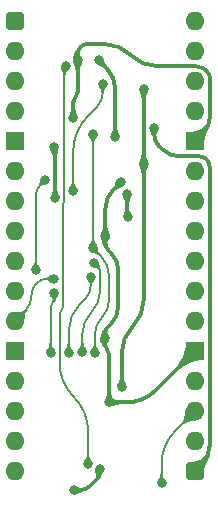
<source format=gbl>
%TF.GenerationSoftware,KiCad,Pcbnew,9.0.2*%
%TF.CreationDate,2025-07-03T20:54:59+02:00*%
%TF.ProjectId,Main Memory Enable,4d61696e-204d-4656-9d6f-727920456e61,V0*%
%TF.SameCoordinates,Original*%
%TF.FileFunction,Copper,L2,Bot*%
%TF.FilePolarity,Positive*%
%FSLAX46Y46*%
G04 Gerber Fmt 4.6, Leading zero omitted, Abs format (unit mm)*
G04 Created by KiCad (PCBNEW 9.0.2) date 2025-07-03 20:54:59*
%MOMM*%
%LPD*%
G01*
G04 APERTURE LIST*
G04 Aperture macros list*
%AMRoundRect*
0 Rectangle with rounded corners*
0 $1 Rounding radius*
0 $2 $3 $4 $5 $6 $7 $8 $9 X,Y pos of 4 corners*
0 Add a 4 corners polygon primitive as box body*
4,1,4,$2,$3,$4,$5,$6,$7,$8,$9,$2,$3,0*
0 Add four circle primitives for the rounded corners*
1,1,$1+$1,$2,$3*
1,1,$1+$1,$4,$5*
1,1,$1+$1,$6,$7*
1,1,$1+$1,$8,$9*
0 Add four rect primitives between the rounded corners*
20,1,$1+$1,$2,$3,$4,$5,0*
20,1,$1+$1,$4,$5,$6,$7,0*
20,1,$1+$1,$6,$7,$8,$9,0*
20,1,$1+$1,$8,$9,$2,$3,0*%
G04 Aperture macros list end*
%TA.AperFunction,ComponentPad*%
%ADD10O,1.600000X1.600000*%
%TD*%
%TA.AperFunction,ComponentPad*%
%ADD11R,1.600000X1.600000*%
%TD*%
%TA.AperFunction,ComponentPad*%
%ADD12RoundRect,0.400000X-0.400000X-0.400000X0.400000X-0.400000X0.400000X0.400000X-0.400000X0.400000X0*%
%TD*%
%TA.AperFunction,ViaPad*%
%ADD13C,0.800000*%
%TD*%
%TA.AperFunction,Conductor*%
%ADD14C,0.380000*%
%TD*%
%TA.AperFunction,Conductor*%
%ADD15C,0.200000*%
%TD*%
G04 APERTURE END LIST*
D10*
%TO.P,J2,32,Pin_32*%
%TO.N,3.3V*%
X15240000Y0D03*
%TO.P,J2,31,Pin_31*%
%TO.N,unconnected-(J2-Pin_31-Pad31)*%
X15240000Y-2540000D03*
%TO.P,J2,30,Pin_30*%
%TO.N,unconnected-(J2-Pin_30-Pad30)*%
X15240000Y-5080000D03*
%TO.P,J2,29,Pin_29*%
%TO.N,~{Main Memory}*%
X15240000Y-7620000D03*
D11*
%TO.P,J2,28,Pin_28*%
%TO.N,GND*%
X15240000Y-10160000D03*
D10*
%TO.P,J2,27,Pin_27*%
%TO.N,unconnected-(J2-Pin_27-Pad27)*%
X15240000Y-12700000D03*
%TO.P,J2,26,Pin_26*%
%TO.N,unconnected-(J2-Pin_26-Pad26)*%
X15240000Y-15240000D03*
%TO.P,J2,25,Pin_25*%
%TO.N,unconnected-(J2-Pin_25-Pad25)*%
X15240000Y-17780000D03*
%TO.P,J2,24,Pin_24*%
%TO.N,unconnected-(J2-Pin_24-Pad24)*%
X15240000Y-20320000D03*
%TO.P,J2,23,Pin_23*%
%TO.N,unconnected-(J2-Pin_23-Pad23)*%
X15240000Y-22860000D03*
%TO.P,J2,22,Pin_22*%
%TO.N,unconnected-(J2-Pin_22-Pad22)*%
X15240000Y-25400000D03*
D11*
%TO.P,J2,21,Pin_21*%
%TO.N,GND*%
X15240000Y-27940000D03*
D10*
%TO.P,J2,20,Pin_20*%
%TO.N,unconnected-(J2-Pin_20-Pad20)*%
X15240000Y-30480000D03*
%TO.P,J2,19,Pin_19*%
%TO.N,~{Contention}*%
X15240000Y-33020000D03*
%TO.P,J2,18,Pin_18*%
%TO.N,unconnected-(J2-Pin_18-Pad18)*%
X15240000Y-35560000D03*
D12*
%TO.P,J2,17,Pin_17*%
%TO.N,5V*%
X15240000Y-38100000D03*
D10*
%TO.P,J2,16,Pin_16*%
%TO.N,~{Set Contention}*%
X0Y-38100000D03*
%TO.P,J2,15,Pin_15*%
%TO.N,~{Reset}*%
X0Y-35560000D03*
%TO.P,J2,14,Pin_14*%
%TO.N,unconnected-(J2-Pin_14-Pad14)*%
X0Y-33020000D03*
%TO.P,J2,13,Pin_13*%
%TO.N,~{Main}7*%
X0Y-30480000D03*
D11*
%TO.P,J2,12,Pin_12*%
%TO.N,GND*%
X0Y-27940000D03*
D10*
%TO.P,J2,11,Pin_11*%
%TO.N,~{Main}6*%
X0Y-25400000D03*
%TO.P,J2,10,Pin_10*%
%TO.N,~{Main}5*%
X0Y-22860000D03*
%TO.P,J2,9,Pin_9*%
%TO.N,~{Main}4*%
X0Y-20320000D03*
%TO.P,J2,8,Pin_8*%
%TO.N,~{Main}3*%
X0Y-17780000D03*
%TO.P,J2,7,Pin_7*%
%TO.N,~{Main}2*%
X0Y-15240000D03*
%TO.P,J2,6,Pin_6*%
%TO.N,~{Main}1*%
X0Y-12700000D03*
D11*
%TO.P,J2,5,Pin_5*%
%TO.N,GND*%
X0Y-10160000D03*
D10*
%TO.P,J2,4,Pin_4*%
%TO.N,~{Main}0*%
X0Y-7620000D03*
%TO.P,J2,3,Pin_3*%
%TO.N,unconnected-(J2-Pin_3-Pad3)*%
X0Y-5080000D03*
%TO.P,J2,2,Pin_2*%
%TO.N,unconnected-(J2-Pin_2-Pad2)*%
X0Y-2540000D03*
D12*
%TO.P,J2,1,Pin_1*%
%TO.N,5V*%
X0Y0D03*
%TD*%
D13*
%TO.N,/~{Pre-Main Memory}*%
X7454207Y-5311000D03*
X4953000Y-14351000D03*
%TO.N,/Pre-Main Memory*%
X1790000Y-21082000D03*
X2540003Y-13461997D03*
%TO.N,~{Main}2*%
X6459010Y-21611998D03*
X4572000Y-28067002D03*
%TO.N,~{Main}1*%
X6731000Y-20447000D03*
X5738972Y-28021223D03*
%TO.N,~{Main}0*%
X6604006Y-19177000D03*
X6626565Y-9497830D03*
X6787507Y-28076711D03*
%TO.N,3.3V*%
X9076004Y-30920004D03*
X10922000Y-5715000D03*
X10922000Y-12065000D03*
%TO.N,GND*%
X5334000Y-3302000D03*
X8001000Y-32258000D03*
X3301992Y-10668000D03*
X5016500Y-39687500D03*
X7670000Y-18161000D03*
X7184500Y-37918500D03*
X3429000Y-14986000D03*
X4961382Y-8201956D03*
X7608000Y-26797000D03*
X9017000Y-13589000D03*
%TO.N,5V*%
X9570000Y-16588000D03*
X7112000Y-3302000D03*
X11810996Y-9017002D03*
X8509000Y-9779000D03*
X9525000Y-14605000D03*
%TO.N,~{Contention}*%
X12446000Y-39116000D03*
%TO.N,~{Main}3*%
X3318370Y-22987000D03*
X3049499Y-28047079D03*
%TO.N,~{Main}6*%
X3293731Y-21785205D03*
%TO.N,/Contention*%
X6223000Y-37465000D03*
X4318000Y-3810000D03*
%TD*%
D14*
%TO.N,5V*%
X11810996Y-9588499D02*
G75*
G03*
X12215107Y-10564103I1379704J-1D01*
G01*
X16256000Y-11684000D02*
G75*
G03*
X15642789Y-11430004I-613200J-613200D01*
G01*
X16510000Y-35931974D02*
G75*
G02*
X15875001Y-37465001I-2168040J4D01*
G01*
X12445998Y-10794998D02*
G75*
G03*
X13979028Y-11429989I1533002J1532998D01*
G01*
X16256000Y-11684000D02*
G75*
G02*
X16509996Y-12297210I-613200J-613200D01*
G01*
X9525000Y-16511180D02*
G75*
G03*
X9547494Y-16565506I76800J-20D01*
G01*
X7810500Y-4000500D02*
G75*
G02*
X8509001Y-5686828I-1686330J-1686330D01*
G01*
%TO.N,GND*%
X7828263Y-25953736D02*
G75*
G03*
X7607991Y-26485500I531737J-531764D01*
G01*
X7807500Y-27746500D02*
G75*
G02*
X8001021Y-28213650I-467200J-467200D01*
G01*
X8216500Y-19685000D02*
G75*
G02*
X8763013Y-21004367I-1319400J-1319400D01*
G01*
X9842500Y-2857500D02*
G75*
G03*
X12142038Y-3810001I2299540J2299540D01*
G01*
X16226499Y-4161499D02*
G75*
G03*
X15377904Y-3809998I-848599J-848601D01*
G01*
X9842500Y-2857500D02*
G75*
G03*
X7542961Y-1904996I-2299540J-2299530D01*
G01*
X16577999Y-7875892D02*
G75*
G02*
X15909001Y-9491002I-2284099J-8D01*
G01*
X7614000Y-27279349D02*
G75*
G03*
X7807500Y-27746500I660650J-1D01*
G01*
X5588000Y-2159000D02*
G75*
G03*
X5334004Y-2772210I613200J-613200D01*
G01*
X7184500Y-38227000D02*
G75*
G02*
X6966361Y-38753646I-744800J0D01*
G01*
X8763000Y-24202291D02*
G75*
G02*
X8185502Y-25596502I-1971720J1D01*
G01*
X3365496Y-10731504D02*
G75*
G02*
X3428993Y-10884816I-153296J-153296D01*
G01*
X16226499Y-4161499D02*
G75*
G02*
X16578002Y-5010094I-848599J-848601D01*
G01*
X5147691Y-6409309D02*
G75*
G03*
X4961387Y-6859098I449809J-449791D01*
G01*
X11954729Y-31225270D02*
G75*
G02*
X9461500Y-32257999I-2493229J2493230D01*
G01*
X7670000Y-18649750D02*
G75*
G03*
X8015599Y-19484097I1179940J0D01*
G01*
X6201210Y-1905000D02*
G75*
G03*
X5587997Y-2158997I-10J-867200D01*
G01*
X7611000Y-26800000D02*
G75*
G02*
X7613982Y-26807242I-7200J-7200D01*
G01*
X6391710Y-39328289D02*
G75*
G02*
X5524500Y-39687505I-867210J867189D01*
G01*
X5334000Y-5959519D02*
G75*
G02*
X5147682Y-6409300I-636100J19D01*
G01*
X8343500Y-14262500D02*
G75*
G03*
X7669989Y-15888472I1626000J-1626000D01*
G01*
%TO.N,3.3V*%
X10922000Y-23586683D02*
G75*
G02*
X9999002Y-25814998I-3151320J3D01*
G01*
X9999002Y-25814998D02*
G75*
G03*
X9076008Y-28043312I2228298J-2228302D01*
G01*
D15*
%TO.N,/Contention*%
X4135685Y-15339976D02*
G75*
G03*
X4068363Y-15502488I162515J-162524D01*
G01*
X4203000Y-15177463D02*
G75*
G02*
X4135698Y-15339989I-229800J-37D01*
G01*
X3799499Y-28882825D02*
G75*
G03*
X5011247Y-31808251I4137171J-5D01*
G01*
X4068370Y-24193879D02*
G75*
G02*
X3933937Y-24518438I-459000J-1D01*
G01*
X4260500Y-3867500D02*
G75*
G03*
X4203007Y-4006317I138800J-138800D01*
G01*
X5011249Y-31808249D02*
G75*
G02*
X6222996Y-34733673I-2925429J-2925421D01*
G01*
X3933934Y-24518435D02*
G75*
G03*
X3799495Y-24842991I324566J-324565D01*
G01*
%TO.N,~{Main}6*%
X2755763Y-21785205D02*
G75*
G03*
X1837393Y-22165605I-3J-1298765D01*
G01*
X1426968Y-23274532D02*
G75*
G02*
X933053Y-24466946I-1686338J5D01*
G01*
X1822381Y-22180618D02*
G75*
G03*
X1426967Y-23135231I954609J-954612D01*
G01*
%TO.N,~{Main}3*%
X3318370Y-23544008D02*
G75*
G02*
X3183926Y-23868556I-458970J8D01*
G01*
X3183934Y-23868564D02*
G75*
G03*
X3049516Y-24193120I324566J-324536D01*
G01*
%TO.N,~{Contention}*%
X13613433Y-34646566D02*
G75*
G03*
X12446009Y-37465000I2818467J-2818434D01*
G01*
%TO.N,~{Main}0*%
X7302503Y-19875497D02*
G75*
G02*
X8000993Y-21561817I-1686303J-1686303D01*
G01*
X7394253Y-25048432D02*
G75*
G03*
X6787505Y-26513248I1464817J-1464818D01*
G01*
X8001000Y-23583616D02*
G75*
G02*
X7394252Y-25048431I-2071570J6D01*
G01*
X6626565Y-19138489D02*
G75*
G02*
X6615302Y-19165737I-38565J-11D01*
G01*
%TO.N,~{Main}1*%
X6488986Y-24626014D02*
G75*
G03*
X5738984Y-26436707I1810714J-1810686D01*
G01*
X6985000Y-20701000D02*
G75*
G02*
X7238996Y-21314210I-613200J-613200D01*
G01*
X7239000Y-22815320D02*
G75*
G02*
X6488988Y-24626016I-2560720J0D01*
G01*
%TO.N,~{Main}2*%
X6459010Y-22308494D02*
G75*
G02*
X5966513Y-23497488I-1681500J4D01*
G01*
X5515505Y-23948495D02*
G75*
G03*
X4572004Y-26226317I2277795J-2277805D01*
G01*
%TO.N,/Pre-Main Memory*%
X2165001Y-13836998D02*
G75*
G03*
X1789999Y-14742332I905329J-905332D01*
G01*
%TO.N,/~{Pre-Main Memory}*%
X7454207Y-6040396D02*
G75*
G02*
X6938445Y-7285554I-1760907J-4D01*
G01*
X6203603Y-8020396D02*
G75*
G03*
X4952997Y-11039620I3019217J-3019224D01*
G01*
D14*
%TO.N,GND*%
X4961382Y-6859098D02*
X4961382Y-8201956D01*
X12142038Y-3810000D02*
X15377904Y-3810000D01*
X5334000Y-3302000D02*
X5334000Y-2772210D01*
X7542961Y-1905000D02*
X6201210Y-1905000D01*
X16577999Y-7875892D02*
X16577999Y-5010094D01*
X15908999Y-9491000D02*
X15240000Y-10160000D01*
D15*
%TO.N,~{Main}3*%
X3318370Y-23544008D02*
X3318370Y-22987000D01*
X3049499Y-28047079D02*
X3049499Y-24193120D01*
D14*
%TO.N,3.3V*%
X9076004Y-30920004D02*
X9076004Y-28043312D01*
X10922000Y-12065000D02*
X10922000Y-23586683D01*
D15*
%TO.N,/Contention*%
X4203000Y-15177463D02*
X4203000Y-4006317D01*
X4068370Y-15502488D02*
X4068370Y-24193879D01*
X4260500Y-3867500D02*
X4318000Y-3810000D01*
X3799499Y-28882825D02*
X3799499Y-24842991D01*
X6223000Y-37465000D02*
X6223000Y-34733673D01*
%TO.N,~{Main}6*%
X2755763Y-21785205D02*
X3293731Y-21785205D01*
X1837393Y-22165605D02*
X1822381Y-22180618D01*
X1426968Y-23274532D02*
X1426968Y-23135231D01*
X933053Y-24466946D02*
X0Y-25400000D01*
%TO.N,~{Main}1*%
X5738972Y-28021223D02*
X5738972Y-26436707D01*
X6731000Y-20447000D02*
X6985000Y-20701000D01*
X7239000Y-21314210D02*
X7239000Y-22815320D01*
%TO.N,~{Main}0*%
X6604006Y-19177000D02*
X7302503Y-19875497D01*
X8001000Y-21561817D02*
X8001000Y-23583616D01*
X6787507Y-28076711D02*
X6787507Y-26513248D01*
D14*
%TO.N,GND*%
X7670000Y-18161000D02*
X7670000Y-18649750D01*
X8763000Y-21004367D02*
X8763000Y-24202291D01*
X7828263Y-25953736D02*
X8185500Y-25596500D01*
X8216500Y-19685000D02*
X8015598Y-19484098D01*
X7608000Y-26797000D02*
X7608000Y-26485500D01*
D15*
%TO.N,/~{Pre-Main Memory}*%
X4953000Y-14351000D02*
X4953000Y-11039620D01*
X6938445Y-7285554D02*
X6203603Y-8020396D01*
X7454207Y-6040396D02*
X7454207Y-5311000D01*
%TO.N,/Pre-Main Memory*%
X1790000Y-21082000D02*
X1790000Y-14742332D01*
X2540003Y-13461997D02*
X2165001Y-13836998D01*
%TO.N,~{Main}2*%
X6459010Y-21611998D02*
X6459010Y-22308494D01*
X4572000Y-28067002D02*
X4572000Y-26226317D01*
X5966512Y-23497487D02*
X5515505Y-23948495D01*
%TO.N,~{Main}0*%
X6604006Y-19177000D02*
X6615285Y-19165720D01*
X6626565Y-9497830D02*
X6626565Y-19138489D01*
D14*
%TO.N,3.3V*%
X10922000Y-12065000D02*
X10922000Y-5715000D01*
%TO.N,GND*%
X3365496Y-10731504D02*
X3301992Y-10668000D01*
X8001000Y-28213650D02*
X8001000Y-32258000D01*
X7184500Y-37918500D02*
X7184500Y-38227000D01*
X11954729Y-31225270D02*
X15240000Y-27940000D01*
X7670000Y-18161000D02*
X7670000Y-15888472D01*
X9017000Y-13589000D02*
X8343500Y-14262500D01*
X7608000Y-26797000D02*
X7611000Y-26800000D01*
X5016500Y-39687500D02*
X5524500Y-39687500D01*
X7614000Y-27279349D02*
X7614000Y-26807242D01*
X8001000Y-32258000D02*
X9461500Y-32258000D01*
X3429000Y-14986000D02*
X3429000Y-10884816D01*
X5334000Y-3302000D02*
X5334000Y-5959519D01*
X6966357Y-38753642D02*
X6391710Y-39328289D01*
%TO.N,5V*%
X8509000Y-9779000D02*
X8509000Y-5686828D01*
X7112000Y-3302000D02*
X7810500Y-4000500D01*
X12215105Y-10564105D02*
X12445998Y-10794998D01*
X9525000Y-14605000D02*
X9525000Y-16511180D01*
X9570000Y-16588000D02*
X9547500Y-16565500D01*
X16510000Y-35931974D02*
X16510000Y-12297210D01*
X15642789Y-11430000D02*
X13979028Y-11430000D01*
X11810996Y-9588499D02*
X11810996Y-9017002D01*
X15875000Y-37465000D02*
X15240000Y-38100000D01*
D15*
%TO.N,~{Contention}*%
X13613433Y-34646566D02*
X15240000Y-33020000D01*
X12446000Y-37465000D02*
X12446000Y-39116000D01*
%TD*%
%TA.AperFunction,Conductor*%
%TO.N,5V*%
G36*
X16182477Y-36674871D02*
G01*
X16513009Y-36811782D01*
X16519341Y-36818114D01*
X16519341Y-36827068D01*
X16518620Y-36828518D01*
X16435906Y-36969302D01*
X16435899Y-36969314D01*
X16271639Y-37308858D01*
X16271626Y-37308890D01*
X16145384Y-37646858D01*
X16145383Y-37646861D01*
X16067698Y-37944084D01*
X16035089Y-38189813D01*
X16039573Y-38369043D01*
X16036354Y-38377400D01*
X16028170Y-38381032D01*
X16023950Y-38380357D01*
X15992193Y-38369043D01*
X15489120Y-38189813D01*
X15244194Y-38102553D01*
X15237552Y-38096550D01*
X14869867Y-37318091D01*
X14869433Y-37309149D01*
X14875450Y-37302517D01*
X14881279Y-37301426D01*
X14936476Y-37305371D01*
X14936480Y-37305370D01*
X14936481Y-37305371D01*
X14971554Y-37304728D01*
X15048726Y-37303315D01*
X15161108Y-37290214D01*
X15284270Y-37264164D01*
X15405248Y-37227314D01*
X15532668Y-37176718D01*
X15654492Y-37116836D01*
X15773218Y-37046855D01*
X15882479Y-36970813D01*
X15884194Y-36969302D01*
X15911203Y-36945495D01*
X16060392Y-36814004D01*
X16168866Y-36678372D01*
X16176709Y-36674053D01*
X16182477Y-36674871D01*
G37*
%TD.AperFunction*%
%TD*%
%TA.AperFunction,Conductor*%
%TO.N,GND*%
G36*
X7608955Y-25937188D02*
G01*
X7609300Y-25937410D01*
X7906524Y-26136015D01*
X7911499Y-26143461D01*
X7910442Y-26151067D01*
X7862576Y-26244724D01*
X7862575Y-26244728D01*
X7851873Y-26328566D01*
X7851873Y-26328570D01*
X7871272Y-26403803D01*
X7871275Y-26403811D01*
X7908977Y-26480920D01*
X7955287Y-26575327D01*
X7955951Y-26576990D01*
X7996438Y-26706560D01*
X7995634Y-26715479D01*
X7988760Y-26721218D01*
X7987573Y-26721521D01*
X7612225Y-26796871D01*
X7603439Y-26795140D01*
X7603398Y-26795112D01*
X7284491Y-26580871D01*
X7279534Y-26573413D01*
X7280886Y-26565303D01*
X7382328Y-26389842D01*
X7437315Y-26252729D01*
X7485315Y-26130774D01*
X7485766Y-26129774D01*
X7530809Y-26041345D01*
X7531280Y-26040508D01*
X7592851Y-25940981D01*
X7600117Y-25935750D01*
X7608955Y-25937188D01*
G37*
%TD.AperFunction*%
%TD*%
%TA.AperFunction,Conductor*%
%TO.N,GND*%
G36*
X16266980Y-8603023D02*
G01*
X16597279Y-8739837D01*
X16603611Y-8746169D01*
X16603611Y-8755123D01*
X16602948Y-8756473D01*
X16580162Y-8796150D01*
X16580154Y-8796165D01*
X16386987Y-9177489D01*
X16386984Y-9177498D01*
X16226223Y-9568501D01*
X16116546Y-9916840D01*
X16056918Y-10207646D01*
X16041103Y-10426446D01*
X16037088Y-10434450D01*
X16028589Y-10437272D01*
X16025560Y-10436642D01*
X15244203Y-10162531D01*
X15237531Y-10156559D01*
X15237521Y-10156539D01*
X14864200Y-9375983D01*
X14863722Y-9367041D01*
X14869707Y-9360380D01*
X14874257Y-9359246D01*
X14965458Y-9355361D01*
X14965464Y-9355360D01*
X14965473Y-9355360D01*
X15092420Y-9338856D01*
X15218347Y-9311445D01*
X15352926Y-9270558D01*
X15483891Y-9219478D01*
X15617364Y-9155772D01*
X15743872Y-9083862D01*
X15863219Y-9004485D01*
X15972365Y-8920152D01*
X16146614Y-8751862D01*
X16253074Y-8606905D01*
X16260732Y-8602267D01*
X16266980Y-8603023D01*
G37*
%TD.AperFunction*%
%TD*%
%TA.AperFunction,Conductor*%
%TO.N,GND*%
G36*
X7189058Y-37920358D02*
G01*
X7189101Y-37920387D01*
X7507987Y-38134614D01*
X7512944Y-38142072D01*
X7511579Y-38150205D01*
X7409658Y-38325576D01*
X7353663Y-38462344D01*
X7306081Y-38581053D01*
X7305636Y-38582031D01*
X7259849Y-38671486D01*
X7259380Y-38672316D01*
X7196653Y-38773580D01*
X7189384Y-38778809D01*
X7180546Y-38777365D01*
X7180207Y-38777147D01*
X6882979Y-38578550D01*
X6878004Y-38571105D01*
X6879066Y-38563488D01*
X6927086Y-38469740D01*
X6927087Y-38469737D01*
X6931245Y-38438066D01*
X6938107Y-38385810D01*
X6919129Y-38310428D01*
X6881902Y-38233050D01*
X6837298Y-38140988D01*
X6836658Y-38139368D01*
X6796045Y-38008930D01*
X6796857Y-38000012D01*
X6803738Y-37994281D01*
X6804911Y-37993981D01*
X7180275Y-37918628D01*
X7189058Y-37920358D01*
G37*
%TD.AperFunction*%
%TD*%
%TA.AperFunction,Conductor*%
%TO.N,~{Main}1*%
G36*
X7121009Y-20372908D02*
G01*
X7125879Y-20379962D01*
X7170956Y-20573218D01*
X7213706Y-20710581D01*
X7232326Y-20767386D01*
X7232446Y-20767776D01*
X7266340Y-20884819D01*
X7266516Y-20885500D01*
X7301472Y-21040542D01*
X7299948Y-21049366D01*
X7292631Y-21054529D01*
X7292340Y-21054590D01*
X7118681Y-21089131D01*
X7109899Y-21087384D01*
X7105104Y-21080707D01*
X7090539Y-21026786D01*
X7090538Y-21026782D01*
X7067485Y-20977430D01*
X7039170Y-20941007D01*
X7039167Y-20941005D01*
X7039166Y-20941003D01*
X7039167Y-20941003D01*
X7005972Y-20915317D01*
X7005968Y-20915315D01*
X6926395Y-20887317D01*
X6831751Y-20875837D01*
X6831749Y-20875836D01*
X6831726Y-20875834D01*
X6762976Y-20868803D01*
X6761646Y-20868589D01*
X6630897Y-20839745D01*
X6628220Y-20838803D01*
X6520678Y-20785490D01*
X6514788Y-20778745D01*
X6515392Y-20769810D01*
X6516124Y-20768541D01*
X6728104Y-20450076D01*
X6735539Y-20445090D01*
X7112232Y-20371139D01*
X7121009Y-20372908D01*
G37*
%TD.AperFunction*%
%TD*%
%TA.AperFunction,Conductor*%
%TO.N,GND*%
G36*
X5148564Y-7413069D02*
G01*
X5151974Y-7420718D01*
X5158665Y-7545957D01*
X5169863Y-7604077D01*
X5178388Y-7648327D01*
X5178389Y-7648329D01*
X5207355Y-7729994D01*
X5207355Y-7729996D01*
X5242327Y-7804109D01*
X5242408Y-7804284D01*
X5297816Y-7926897D01*
X5298412Y-7928530D01*
X5350255Y-8111760D01*
X5349210Y-8120653D01*
X5342182Y-8126203D01*
X5341308Y-8126415D01*
X4963693Y-8202490D01*
X4959071Y-8202490D01*
X4581420Y-8126408D01*
X4573987Y-8121414D01*
X4572261Y-8112627D01*
X4572464Y-8111785D01*
X4622117Y-7934375D01*
X4622707Y-7932744D01*
X4680356Y-7804284D01*
X4680423Y-7804138D01*
X4708867Y-7744832D01*
X4753561Y-7610570D01*
X4766654Y-7521812D01*
X4770910Y-7420849D01*
X4774683Y-7412728D01*
X4782600Y-7409642D01*
X5140291Y-7409642D01*
X5148564Y-7413069D01*
G37*
%TD.AperFunction*%
%TD*%
%TA.AperFunction,Conductor*%
%TO.N,GND*%
G36*
X5203963Y-2451430D02*
G01*
X5534638Y-2588399D01*
X5540970Y-2594731D01*
X5541413Y-2602416D01*
X5510992Y-2709115D01*
X5515272Y-2798837D01*
X5546588Y-2873341D01*
X5594427Y-2944426D01*
X5610559Y-2967036D01*
X5611078Y-2967829D01*
X5680915Y-3084696D01*
X5682003Y-3087094D01*
X5722271Y-3211477D01*
X5721559Y-3220404D01*
X5714744Y-3226212D01*
X5713446Y-3226551D01*
X5335928Y-3302458D01*
X5331311Y-3302458D01*
X4953515Y-3226347D01*
X4946082Y-3221353D01*
X4944356Y-3212566D01*
X4944433Y-3212213D01*
X4973686Y-3087094D01*
X5023948Y-2872114D01*
X5024425Y-2870570D01*
X5131192Y-2595024D01*
X5131264Y-2594844D01*
X5188696Y-2457719D01*
X5195053Y-2451413D01*
X5203963Y-2451430D01*
G37*
%TD.AperFunction*%
%TD*%
%TA.AperFunction,Conductor*%
%TO.N,~{Main}3*%
G36*
X3325384Y-22990510D02*
G01*
X3641804Y-23203079D01*
X3646761Y-23210537D01*
X3645361Y-23218729D01*
X3550625Y-23379574D01*
X3550622Y-23379580D01*
X3498053Y-23504600D01*
X3475779Y-23561959D01*
X3475357Y-23562917D01*
X3377989Y-23759487D01*
X3371246Y-23765380D01*
X3362312Y-23764778D01*
X3361655Y-23764426D01*
X3207983Y-23675695D01*
X3202532Y-23668591D01*
X3202945Y-23661279D01*
X3237660Y-23573091D01*
X3239193Y-23533247D01*
X3230832Y-23497539D01*
X3190092Y-23433060D01*
X3126759Y-23368714D01*
X3079953Y-23322895D01*
X3079127Y-23321996D01*
X2994038Y-23219202D01*
X2991403Y-23210644D01*
X2995591Y-23202729D01*
X2996519Y-23202036D01*
X3312350Y-22990500D01*
X3321130Y-22988744D01*
X3325384Y-22990510D01*
G37*
%TD.AperFunction*%
%TD*%
%TA.AperFunction,Conductor*%
%TO.N,~{Main}3*%
G36*
X3146987Y-27258192D02*
G01*
X3150375Y-27265514D01*
X3160457Y-27389199D01*
X3189811Y-27488793D01*
X3189812Y-27488795D01*
X3232284Y-27566257D01*
X3282612Y-27634326D01*
X3282667Y-27634398D01*
X3320771Y-27684714D01*
X3321548Y-27685880D01*
X3391357Y-27805726D01*
X3392203Y-27807509D01*
X3419091Y-27879256D01*
X3419480Y-27880500D01*
X3438810Y-27957135D01*
X3437510Y-27965995D01*
X3430327Y-27971342D01*
X3429776Y-27971467D01*
X3051810Y-28047613D01*
X3047188Y-28047613D01*
X2669428Y-27971509D01*
X2661995Y-27966515D01*
X2660269Y-27957728D01*
X2660445Y-27956985D01*
X2681296Y-27879868D01*
X2688058Y-27854857D01*
X2688638Y-27853214D01*
X2726950Y-27766141D01*
X2727979Y-27764282D01*
X2816386Y-27634326D01*
X2816416Y-27634282D01*
X2885164Y-27536723D01*
X2931431Y-27422141D01*
X2944740Y-27346752D01*
X2948925Y-27265861D01*
X2952774Y-27257776D01*
X2960609Y-27254765D01*
X3138714Y-27254765D01*
X3146987Y-27258192D01*
G37*
%TD.AperFunction*%
%TD*%
%TA.AperFunction,Conductor*%
%TO.N,3.3V*%
G36*
X9263186Y-30131117D02*
G01*
X9266596Y-30138766D01*
X9273287Y-30264005D01*
X9284485Y-30322125D01*
X9293010Y-30366375D01*
X9293011Y-30366377D01*
X9321977Y-30448042D01*
X9321977Y-30448044D01*
X9356949Y-30522157D01*
X9357030Y-30522332D01*
X9412438Y-30644945D01*
X9413034Y-30646578D01*
X9464877Y-30829808D01*
X9463832Y-30838701D01*
X9456804Y-30844251D01*
X9455930Y-30844463D01*
X9078315Y-30920538D01*
X9073693Y-30920538D01*
X8696042Y-30844456D01*
X8688609Y-30839462D01*
X8686883Y-30830675D01*
X8687086Y-30829833D01*
X8736739Y-30652423D01*
X8737329Y-30650792D01*
X8794978Y-30522332D01*
X8795045Y-30522186D01*
X8823489Y-30462880D01*
X8868183Y-30328618D01*
X8881276Y-30239860D01*
X8885532Y-30138897D01*
X8889305Y-30130776D01*
X8897222Y-30127690D01*
X9254913Y-30127690D01*
X9263186Y-30131117D01*
G37*
%TD.AperFunction*%
%TD*%
%TA.AperFunction,Conductor*%
%TO.N,3.3V*%
G36*
X11301961Y-12140547D02*
G01*
X11309394Y-12145541D01*
X11311120Y-12154328D01*
X11310917Y-12155170D01*
X11261264Y-12332578D01*
X11260671Y-12334215D01*
X11203056Y-12462602D01*
X11202931Y-12462872D01*
X11174519Y-12522111D01*
X11174512Y-12522129D01*
X11129821Y-12656380D01*
X11116727Y-12745146D01*
X11112472Y-12846107D01*
X11108699Y-12854228D01*
X11100782Y-12857314D01*
X10743091Y-12857314D01*
X10734818Y-12853887D01*
X10731408Y-12846238D01*
X10724716Y-12720998D01*
X10704994Y-12618629D01*
X10676027Y-12536961D01*
X10641038Y-12462811D01*
X10640973Y-12462670D01*
X10640942Y-12462602D01*
X10585564Y-12340057D01*
X10584968Y-12338424D01*
X10533126Y-12155195D01*
X10534171Y-12146302D01*
X10541199Y-12140752D01*
X10542060Y-12140542D01*
X10919692Y-12064465D01*
X10924308Y-12064465D01*
X11301961Y-12140547D01*
G37*
%TD.AperFunction*%
%TD*%
%TA.AperFunction,Conductor*%
%TO.N,/Contention*%
G36*
X4322005Y-3811689D02*
G01*
X4322049Y-3811718D01*
X4640026Y-4025139D01*
X4644986Y-4032595D01*
X4643221Y-4041374D01*
X4642643Y-4042161D01*
X4553135Y-4154084D01*
X4552015Y-4155298D01*
X4463561Y-4238521D01*
X4368134Y-4335095D01*
X4368133Y-4335096D01*
X4368132Y-4335096D01*
X4341857Y-4377894D01*
X4321791Y-4429392D01*
X4321790Y-4429397D01*
X4307850Y-4499046D01*
X4307848Y-4499062D01*
X4305249Y-4546206D01*
X4303616Y-4575846D01*
X4303610Y-4575947D01*
X4299733Y-4584019D01*
X4291928Y-4587003D01*
X4114168Y-4587003D01*
X4105895Y-4583576D01*
X4102481Y-4575846D01*
X4096717Y-4451849D01*
X4079608Y-4350359D01*
X4055045Y-4282199D01*
X4023351Y-4194248D01*
X3982990Y-4095458D01*
X3982542Y-4094144D01*
X3965563Y-4032595D01*
X3929024Y-3900136D01*
X3930128Y-3891251D01*
X3937192Y-3885747D01*
X3937970Y-3885561D01*
X4313218Y-3809963D01*
X4322005Y-3811689D01*
G37*
%TD.AperFunction*%
%TD*%
%TA.AperFunction,Conductor*%
%TO.N,/Contention*%
G36*
X6320488Y-36676113D02*
G01*
X6323876Y-36683435D01*
X6333958Y-36807120D01*
X6363312Y-36906714D01*
X6363313Y-36906716D01*
X6405785Y-36984178D01*
X6456113Y-37052247D01*
X6456168Y-37052319D01*
X6494272Y-37102635D01*
X6495049Y-37103801D01*
X6564858Y-37223647D01*
X6565704Y-37225430D01*
X6592592Y-37297177D01*
X6592981Y-37298421D01*
X6612311Y-37375056D01*
X6611011Y-37383916D01*
X6603828Y-37389263D01*
X6603277Y-37389388D01*
X6225311Y-37465534D01*
X6220689Y-37465534D01*
X5842929Y-37389430D01*
X5835496Y-37384436D01*
X5833770Y-37375649D01*
X5833946Y-37374906D01*
X5854797Y-37297789D01*
X5861559Y-37272778D01*
X5862139Y-37271135D01*
X5900451Y-37184062D01*
X5901480Y-37182203D01*
X5989887Y-37052247D01*
X5989917Y-37052203D01*
X6058665Y-36954644D01*
X6104932Y-36840062D01*
X6118241Y-36764673D01*
X6122426Y-36683782D01*
X6126275Y-36675697D01*
X6134110Y-36672686D01*
X6312215Y-36672686D01*
X6320488Y-36676113D01*
G37*
%TD.AperFunction*%
%TD*%
%TA.AperFunction,Conductor*%
%TO.N,~{Main}6*%
G36*
X3078020Y-21462352D02*
G01*
X3078373Y-21462849D01*
X3290340Y-21778529D01*
X3292107Y-21787308D01*
X3290343Y-21791569D01*
X3078584Y-22107236D01*
X3071130Y-22112197D01*
X3062350Y-22110434D01*
X3061579Y-22109869D01*
X3015365Y-22072968D01*
X2986746Y-22050117D01*
X2985603Y-22049074D01*
X2925104Y-21986019D01*
X2858958Y-21920750D01*
X2786184Y-21886240D01*
X2786178Y-21886238D01*
X2731965Y-21880700D01*
X2731958Y-21880700D01*
X2731957Y-21880700D01*
X2724273Y-21881371D01*
X2673668Y-21885792D01*
X2665128Y-21883098D01*
X2661094Y-21875966D01*
X2645662Y-21778529D01*
X2633258Y-21700205D01*
X2635349Y-21691499D01*
X2642417Y-21686924D01*
X2711319Y-21672510D01*
X2739251Y-21666668D01*
X2739252Y-21666667D01*
X2739255Y-21666667D01*
X2814764Y-21638630D01*
X2873382Y-21603177D01*
X2930425Y-21558411D01*
X2930480Y-21558369D01*
X3061644Y-21460010D01*
X3070315Y-21457789D01*
X3078020Y-21462352D01*
G37*
%TD.AperFunction*%
%TD*%
%TA.AperFunction,Conductor*%
%TO.N,~{Main}6*%
G36*
X953193Y-24319313D02*
G01*
X1065697Y-24401052D01*
X1096953Y-24423761D01*
X1101632Y-24431396D01*
X1099890Y-24439596D01*
X968482Y-24642050D01*
X892942Y-24811469D01*
X857675Y-24964895D01*
X841044Y-25128673D01*
X830294Y-25250022D01*
X830212Y-25250717D01*
X786438Y-25543942D01*
X781827Y-25551619D01*
X773139Y-25553787D01*
X772601Y-25553693D01*
X636911Y-25526863D01*
X7098Y-25402328D01*
X-353Y-25397361D01*
X-2109Y-25393122D01*
X-153696Y-24627369D01*
X-151941Y-24618588D01*
X-144491Y-24613620D01*
X-144014Y-24613535D01*
X-16969Y-24594191D01*
X-15994Y-24594086D01*
X108153Y-24586032D01*
X109141Y-24586011D01*
X323467Y-24591059D01*
X323616Y-24591064D01*
X419630Y-24595249D01*
X419631Y-24595248D01*
X419633Y-24595249D01*
X419634Y-24595248D01*
X567568Y-24587551D01*
X687315Y-24550455D01*
X746587Y-24516335D01*
X806605Y-24469305D01*
X873901Y-24401052D01*
X937161Y-24321496D01*
X944992Y-24317154D01*
X953193Y-24319313D01*
G37*
%TD.AperFunction*%
%TD*%
%TA.AperFunction,Conductor*%
%TO.N,~{Main}1*%
G36*
X5836460Y-27232336D02*
G01*
X5839848Y-27239658D01*
X5849930Y-27363343D01*
X5879284Y-27462937D01*
X5879285Y-27462939D01*
X5921757Y-27540401D01*
X5972085Y-27608470D01*
X5972140Y-27608542D01*
X6010244Y-27658858D01*
X6011021Y-27660024D01*
X6080830Y-27779870D01*
X6081676Y-27781653D01*
X6108564Y-27853400D01*
X6108953Y-27854644D01*
X6128283Y-27931279D01*
X6126983Y-27940139D01*
X6119800Y-27945486D01*
X6119249Y-27945611D01*
X5741283Y-28021757D01*
X5736661Y-28021757D01*
X5358901Y-27945653D01*
X5351468Y-27940659D01*
X5349742Y-27931872D01*
X5349918Y-27931129D01*
X5370769Y-27854012D01*
X5377531Y-27829001D01*
X5378111Y-27827358D01*
X5416423Y-27740285D01*
X5417452Y-27738426D01*
X5505859Y-27608470D01*
X5505889Y-27608426D01*
X5574637Y-27510867D01*
X5620904Y-27396285D01*
X5634213Y-27320896D01*
X5638398Y-27240005D01*
X5642247Y-27231920D01*
X5650082Y-27228909D01*
X5828187Y-27228909D01*
X5836460Y-27232336D01*
G37*
%TD.AperFunction*%
%TD*%
%TA.AperFunction,Conductor*%
%TO.N,~{Main}0*%
G36*
X6942412Y-18964953D02*
G01*
X6942814Y-18965602D01*
X6995502Y-19057341D01*
X6996260Y-19058927D01*
X7030732Y-19147569D01*
X7031322Y-19149623D01*
X7060691Y-19303972D01*
X7060725Y-19304162D01*
X7081083Y-19421670D01*
X7081084Y-19421674D01*
X7118045Y-19508699D01*
X7129391Y-19535411D01*
X7167171Y-19589392D01*
X7173290Y-19598135D01*
X7227526Y-19658288D01*
X7230521Y-19666727D01*
X7227110Y-19674396D01*
X7101172Y-19800334D01*
X7092899Y-19803761D01*
X7085325Y-19800979D01*
X6990741Y-19720652D01*
X6990739Y-19720651D01*
X6990738Y-19720650D01*
X6899558Y-19670984D01*
X6899557Y-19670983D01*
X6899556Y-19670983D01*
X6814749Y-19646241D01*
X6745998Y-19635939D01*
X6731042Y-19633698D01*
X6731028Y-19633696D01*
X6668422Y-19625048D01*
X6667038Y-19624771D01*
X6532934Y-19589392D01*
X6531075Y-19588729D01*
X6461333Y-19557010D01*
X6460178Y-19556405D01*
X6415406Y-19529669D01*
X6392318Y-19515882D01*
X6386973Y-19508699D01*
X6388273Y-19499839D01*
X6388562Y-19499379D01*
X6601994Y-19178255D01*
X6605262Y-19174988D01*
X6646516Y-19147569D01*
X6926193Y-18961684D01*
X6934979Y-18959959D01*
X6942412Y-18964953D01*
G37*
%TD.AperFunction*%
%TD*%
%TA.AperFunction,Conductor*%
%TO.N,~{Main}0*%
G36*
X6884995Y-27287824D02*
G01*
X6888383Y-27295146D01*
X6898465Y-27418831D01*
X6927819Y-27518425D01*
X6927820Y-27518427D01*
X6970292Y-27595889D01*
X7020620Y-27663958D01*
X7020675Y-27664030D01*
X7058779Y-27714346D01*
X7059556Y-27715512D01*
X7129365Y-27835358D01*
X7130211Y-27837141D01*
X7157099Y-27908888D01*
X7157488Y-27910132D01*
X7176818Y-27986767D01*
X7175518Y-27995627D01*
X7168335Y-28000974D01*
X7167784Y-28001099D01*
X6789818Y-28077245D01*
X6785196Y-28077245D01*
X6407436Y-28001141D01*
X6400003Y-27996147D01*
X6398277Y-27987360D01*
X6398453Y-27986617D01*
X6419304Y-27909500D01*
X6426066Y-27884489D01*
X6426646Y-27882846D01*
X6464958Y-27795773D01*
X6465987Y-27793914D01*
X6554394Y-27663958D01*
X6554424Y-27663914D01*
X6623172Y-27566355D01*
X6669439Y-27451773D01*
X6682748Y-27376384D01*
X6686933Y-27295493D01*
X6690782Y-27287408D01*
X6698617Y-27284397D01*
X6876722Y-27284397D01*
X6884995Y-27287824D01*
G37*
%TD.AperFunction*%
%TD*%
%TA.AperFunction,Conductor*%
%TO.N,GND*%
G36*
X8050075Y-18236573D02*
G01*
X8057508Y-18241564D01*
X8059236Y-18250351D01*
X8059062Y-18251090D01*
X8038339Y-18327915D01*
X8037818Y-18329427D01*
X8007525Y-18401021D01*
X8006725Y-18402577D01*
X7937668Y-18515220D01*
X7937368Y-18515684D01*
X7923301Y-18536368D01*
X7871922Y-18629367D01*
X7854885Y-18726254D01*
X7854885Y-18726257D01*
X7861313Y-18790418D01*
X7878377Y-18856352D01*
X7877132Y-18865219D01*
X7870666Y-18870410D01*
X7530442Y-18980957D01*
X7521514Y-18980255D01*
X7515846Y-18973871D01*
X7408531Y-18682313D01*
X7408525Y-18682296D01*
X7357319Y-18549472D01*
X7357034Y-18548636D01*
X7353347Y-18536372D01*
X7318766Y-18421361D01*
X7318565Y-18420598D01*
X7280314Y-18250709D01*
X7281840Y-18241887D01*
X7289158Y-18236727D01*
X7289392Y-18236677D01*
X7667383Y-18160513D01*
X7671997Y-18160513D01*
X8050075Y-18236573D01*
G37*
%TD.AperFunction*%
%TD*%
%TA.AperFunction,Conductor*%
%TO.N,/~{Pre-Main Memory}*%
G36*
X5050488Y-13562113D02*
G01*
X5053876Y-13569435D01*
X5063958Y-13693120D01*
X5093312Y-13792714D01*
X5093313Y-13792716D01*
X5135785Y-13870178D01*
X5186113Y-13938247D01*
X5186168Y-13938319D01*
X5224272Y-13988635D01*
X5225049Y-13989801D01*
X5294858Y-14109647D01*
X5295704Y-14111430D01*
X5322592Y-14183177D01*
X5322981Y-14184421D01*
X5342311Y-14261056D01*
X5341011Y-14269916D01*
X5333828Y-14275263D01*
X5333277Y-14275388D01*
X4955311Y-14351534D01*
X4950689Y-14351534D01*
X4572929Y-14275430D01*
X4565496Y-14270436D01*
X4563770Y-14261649D01*
X4563946Y-14260906D01*
X4584797Y-14183789D01*
X4591559Y-14158778D01*
X4592139Y-14157135D01*
X4630451Y-14070062D01*
X4631480Y-14068203D01*
X4719887Y-13938247D01*
X4719917Y-13938203D01*
X4788665Y-13840644D01*
X4834932Y-13726062D01*
X4848241Y-13650673D01*
X4852426Y-13569782D01*
X4856275Y-13561697D01*
X4864110Y-13558686D01*
X5042215Y-13558686D01*
X5050488Y-13562113D01*
G37*
%TD.AperFunction*%
%TD*%
%TA.AperFunction,Conductor*%
%TO.N,/~{Pre-Main Memory}*%
G36*
X7460744Y-5314377D02*
G01*
X7776667Y-5526430D01*
X7781626Y-5533887D01*
X7779861Y-5542666D01*
X7779581Y-5543064D01*
X7682231Y-5675806D01*
X7682167Y-5675892D01*
X7627263Y-5749340D01*
X7627260Y-5749345D01*
X7577705Y-5851152D01*
X7561126Y-5932506D01*
X7561124Y-5932518D01*
X7554896Y-6030983D01*
X7550953Y-6039023D01*
X7543015Y-6041942D01*
X7365191Y-6038845D01*
X7356979Y-6035275D01*
X7353708Y-6027696D01*
X7353650Y-6026481D01*
X7348263Y-5911831D01*
X7325487Y-5822303D01*
X7286473Y-5751417D01*
X7231845Y-5680576D01*
X7231749Y-5680450D01*
X7228339Y-5675892D01*
X7128995Y-5543088D01*
X7126784Y-5534411D01*
X7131356Y-5526711D01*
X7131830Y-5526374D01*
X7447704Y-5314376D01*
X7456482Y-5312612D01*
X7460744Y-5314377D01*
G37*
%TD.AperFunction*%
%TD*%
%TA.AperFunction,Conductor*%
%TO.N,/Pre-Main Memory*%
G36*
X1887488Y-20293113D02*
G01*
X1890876Y-20300435D01*
X1900958Y-20424120D01*
X1930312Y-20523714D01*
X1930313Y-20523716D01*
X1972785Y-20601178D01*
X2023113Y-20669247D01*
X2023168Y-20669319D01*
X2061272Y-20719635D01*
X2062049Y-20720801D01*
X2131858Y-20840647D01*
X2132704Y-20842430D01*
X2159592Y-20914177D01*
X2159981Y-20915421D01*
X2179311Y-20992056D01*
X2178011Y-21000916D01*
X2170828Y-21006263D01*
X2170277Y-21006388D01*
X1792311Y-21082534D01*
X1787689Y-21082534D01*
X1409929Y-21006430D01*
X1402496Y-21001436D01*
X1400770Y-20992649D01*
X1400946Y-20991906D01*
X1421797Y-20914789D01*
X1428559Y-20889778D01*
X1429139Y-20888135D01*
X1467451Y-20801062D01*
X1468480Y-20799203D01*
X1556887Y-20669247D01*
X1556917Y-20669203D01*
X1625665Y-20571644D01*
X1671932Y-20457062D01*
X1685241Y-20381673D01*
X1689426Y-20300782D01*
X1693275Y-20292697D01*
X1701110Y-20289686D01*
X1879215Y-20289686D01*
X1887488Y-20293113D01*
G37*
%TD.AperFunction*%
%TD*%
%TA.AperFunction,Conductor*%
%TO.N,/Pre-Main Memory*%
G36*
X2159761Y-13386334D02*
G01*
X2252446Y-13404551D01*
X2532886Y-13459673D01*
X2540341Y-13464631D01*
X2542107Y-13468891D01*
X2615595Y-13841907D01*
X2613832Y-13850687D01*
X2606378Y-13855648D01*
X2605484Y-13855789D01*
X2510939Y-13866919D01*
X2509499Y-13866999D01*
X2422596Y-13866466D01*
X2327937Y-13868592D01*
X2250911Y-13897048D01*
X2207840Y-13932515D01*
X2207839Y-13932516D01*
X2169252Y-13978633D01*
X2161315Y-13982779D01*
X2153403Y-13980591D01*
X2009454Y-13876006D01*
X2004777Y-13868373D01*
X2006544Y-13860135D01*
X2061927Y-13775565D01*
X2096261Y-13701029D01*
X2113136Y-13633266D01*
X2122237Y-13559761D01*
X2122256Y-13559622D01*
X2145926Y-13396135D01*
X2150502Y-13388441D01*
X2159180Y-13386235D01*
X2159761Y-13386334D01*
G37*
%TD.AperFunction*%
%TD*%
%TA.AperFunction,Conductor*%
%TO.N,~{Main}2*%
G36*
X6465546Y-21615374D02*
G01*
X6781295Y-21827310D01*
X6786254Y-21834767D01*
X6784489Y-21843546D01*
X6784088Y-21844105D01*
X6680605Y-21980241D01*
X6680448Y-21980444D01*
X6630362Y-22043418D01*
X6581745Y-22137851D01*
X6581744Y-22137851D01*
X6565759Y-22211603D01*
X6559753Y-22299234D01*
X6555768Y-22307254D01*
X6547864Y-22310132D01*
X6369927Y-22306851D01*
X6361719Y-22303272D01*
X6358459Y-22295764D01*
X6354061Y-22211603D01*
X6352978Y-22190869D01*
X6330607Y-22109102D01*
X6293231Y-22045233D01*
X6242275Y-21983280D01*
X6242075Y-21983030D01*
X6239907Y-21980241D01*
X6134118Y-21844128D01*
X6131748Y-21835495D01*
X6136177Y-21827712D01*
X6136817Y-21827249D01*
X6452508Y-21615374D01*
X6461286Y-21613610D01*
X6465546Y-21615374D01*
G37*
%TD.AperFunction*%
%TD*%
%TA.AperFunction,Conductor*%
%TO.N,~{Main}2*%
G36*
X4669488Y-27278115D02*
G01*
X4672876Y-27285437D01*
X4682958Y-27409122D01*
X4712312Y-27508716D01*
X4712313Y-27508718D01*
X4754785Y-27586180D01*
X4805113Y-27654249D01*
X4805168Y-27654321D01*
X4843272Y-27704637D01*
X4844049Y-27705803D01*
X4913858Y-27825649D01*
X4914704Y-27827432D01*
X4941592Y-27899179D01*
X4941981Y-27900423D01*
X4961311Y-27977058D01*
X4960011Y-27985918D01*
X4952828Y-27991265D01*
X4952277Y-27991390D01*
X4574311Y-28067536D01*
X4569689Y-28067536D01*
X4191929Y-27991432D01*
X4184496Y-27986438D01*
X4182770Y-27977651D01*
X4182946Y-27976908D01*
X4203797Y-27899791D01*
X4210559Y-27874780D01*
X4211139Y-27873137D01*
X4249451Y-27786064D01*
X4250480Y-27784205D01*
X4338887Y-27654249D01*
X4338917Y-27654205D01*
X4407665Y-27556646D01*
X4453932Y-27442064D01*
X4467241Y-27366675D01*
X4471426Y-27285784D01*
X4475275Y-27277699D01*
X4483110Y-27274688D01*
X4661215Y-27274688D01*
X4669488Y-27278115D01*
G37*
%TD.AperFunction*%
%TD*%
%TA.AperFunction,Conductor*%
%TO.N,~{Main}0*%
G36*
X6723980Y-18388113D02*
G01*
X6727374Y-18395514D01*
X6736604Y-18519040D01*
X6763538Y-18619052D01*
X6763540Y-18619056D01*
X6802603Y-18697410D01*
X6802608Y-18697419D01*
X6849052Y-18766819D01*
X6874104Y-18802951D01*
X6874703Y-18803910D01*
X6944874Y-18929493D01*
X6945645Y-18931173D01*
X6972910Y-19005543D01*
X6973276Y-19006734D01*
X6993350Y-19087077D01*
X6992031Y-19095934D01*
X6984835Y-19101264D01*
X6984310Y-19101383D01*
X6608787Y-19177036D01*
X6600000Y-19175310D01*
X6599956Y-19175281D01*
X6281534Y-18961561D01*
X6276574Y-18954105D01*
X6278339Y-18945326D01*
X6278586Y-18944972D01*
X6386370Y-18797637D01*
X6458513Y-18698580D01*
X6506327Y-18588871D01*
X6521535Y-18500980D01*
X6526081Y-18395880D01*
X6529862Y-18387763D01*
X6537770Y-18384686D01*
X6715707Y-18384686D01*
X6723980Y-18388113D01*
G37*
%TD.AperFunction*%
%TD*%
%TA.AperFunction,Conductor*%
%TO.N,~{Main}0*%
G36*
X7006635Y-9573399D02*
G01*
X7014068Y-9578393D01*
X7015794Y-9587180D01*
X7015618Y-9587923D01*
X6988007Y-9690043D01*
X6987422Y-9691701D01*
X6949115Y-9778760D01*
X6948080Y-9780629D01*
X6859727Y-9910509D01*
X6859617Y-9910667D01*
X6790900Y-10008183D01*
X6744633Y-10122767D01*
X6731323Y-10198162D01*
X6731322Y-10198171D01*
X6727139Y-10279048D01*
X6723290Y-10287133D01*
X6715455Y-10290144D01*
X6537350Y-10290144D01*
X6529077Y-10286717D01*
X6525689Y-10279395D01*
X6519067Y-10198162D01*
X6515607Y-10155710D01*
X6486253Y-10056117D01*
X6486251Y-10056113D01*
X6443778Y-9978651D01*
X6393451Y-9910582D01*
X6384841Y-9899213D01*
X6355289Y-9860189D01*
X6354515Y-9859027D01*
X6307760Y-9778760D01*
X6284705Y-9739180D01*
X6283860Y-9737398D01*
X6256972Y-9665652D01*
X6256583Y-9664408D01*
X6237253Y-9587769D01*
X6238553Y-9578913D01*
X6245736Y-9573566D01*
X6246278Y-9573442D01*
X6624257Y-9497295D01*
X6628873Y-9497295D01*
X7006635Y-9573399D01*
G37*
%TD.AperFunction*%
%TD*%
%TA.AperFunction,Conductor*%
%TO.N,3.3V*%
G36*
X11301961Y-5790547D02*
G01*
X11309394Y-5795541D01*
X11311120Y-5804328D01*
X11310917Y-5805170D01*
X11261264Y-5982578D01*
X11260671Y-5984215D01*
X11203056Y-6112602D01*
X11202931Y-6112872D01*
X11174519Y-6172111D01*
X11174512Y-6172129D01*
X11129821Y-6306380D01*
X11116727Y-6395146D01*
X11112472Y-6496107D01*
X11108699Y-6504228D01*
X11100782Y-6507314D01*
X10743091Y-6507314D01*
X10734818Y-6503887D01*
X10731408Y-6496238D01*
X10724716Y-6370998D01*
X10704994Y-6268629D01*
X10676027Y-6186961D01*
X10641038Y-6112811D01*
X10640973Y-6112670D01*
X10640942Y-6112602D01*
X10585564Y-5990057D01*
X10584968Y-5988424D01*
X10533126Y-5805195D01*
X10534171Y-5796302D01*
X10541199Y-5790752D01*
X10542060Y-5790542D01*
X10919692Y-5714465D01*
X10924308Y-5714465D01*
X11301961Y-5790547D01*
G37*
%TD.AperFunction*%
%TD*%
%TA.AperFunction,Conductor*%
%TO.N,3.3V*%
G36*
X11109182Y-11276113D02*
G01*
X11112592Y-11283762D01*
X11119283Y-11409001D01*
X11130481Y-11467121D01*
X11139006Y-11511371D01*
X11139007Y-11511373D01*
X11167973Y-11593038D01*
X11167973Y-11593040D01*
X11202945Y-11667153D01*
X11203026Y-11667328D01*
X11258434Y-11789941D01*
X11259030Y-11791574D01*
X11310873Y-11974804D01*
X11309828Y-11983697D01*
X11302800Y-11989247D01*
X11301926Y-11989459D01*
X10924311Y-12065534D01*
X10919689Y-12065534D01*
X10542038Y-11989452D01*
X10534605Y-11984458D01*
X10532879Y-11975671D01*
X10533082Y-11974829D01*
X10582735Y-11797419D01*
X10583325Y-11795788D01*
X10640974Y-11667328D01*
X10641041Y-11667182D01*
X10669485Y-11607876D01*
X10714179Y-11473614D01*
X10727272Y-11384856D01*
X10731528Y-11283893D01*
X10735301Y-11275772D01*
X10743218Y-11272686D01*
X11100909Y-11272686D01*
X11109182Y-11276113D01*
G37*
%TD.AperFunction*%
%TD*%
%TA.AperFunction,Conductor*%
%TO.N,GND*%
G36*
X8188182Y-31469113D02*
G01*
X8191592Y-31476762D01*
X8198283Y-31602001D01*
X8209481Y-31660121D01*
X8218006Y-31704371D01*
X8218007Y-31704373D01*
X8246973Y-31786038D01*
X8246973Y-31786040D01*
X8281945Y-31860153D01*
X8282026Y-31860328D01*
X8337434Y-31982941D01*
X8338030Y-31984574D01*
X8389873Y-32167804D01*
X8388828Y-32176697D01*
X8381800Y-32182247D01*
X8380926Y-32182459D01*
X8003311Y-32258534D01*
X7998689Y-32258534D01*
X7621038Y-32182452D01*
X7613605Y-32177458D01*
X7611879Y-32168671D01*
X7612082Y-32167829D01*
X7661735Y-31990419D01*
X7662325Y-31988788D01*
X7719974Y-31860328D01*
X7720041Y-31860182D01*
X7748485Y-31800876D01*
X7793179Y-31666614D01*
X7806272Y-31577856D01*
X7810528Y-31476893D01*
X7814301Y-31468772D01*
X7822218Y-31465686D01*
X8179909Y-31465686D01*
X8188182Y-31469113D01*
G37*
%TD.AperFunction*%
%TD*%
%TA.AperFunction,Conductor*%
%TO.N,GND*%
G36*
X14454782Y-27614734D02*
G01*
X15236214Y-27937437D01*
X15242553Y-27943762D01*
X15242562Y-27943785D01*
X15565122Y-28724870D01*
X15565113Y-28733825D01*
X15558774Y-28740150D01*
X15555033Y-28741014D01*
X15490363Y-28745029D01*
X15409458Y-28750053D01*
X15409453Y-28750053D01*
X15409449Y-28750054D01*
X15268565Y-28773202D01*
X15268555Y-28773204D01*
X15126189Y-28808204D01*
X15126181Y-28808206D01*
X14966116Y-28859935D01*
X14966105Y-28859939D01*
X14808418Y-28922683D01*
X14642557Y-29000790D01*
X14642552Y-29000793D01*
X14484994Y-29086674D01*
X14337793Y-29178158D01*
X14337774Y-29178170D01*
X14204827Y-29271999D01*
X14016890Y-29432988D01*
X14008377Y-29435767D01*
X14001005Y-29432375D01*
X13747885Y-29179254D01*
X13744458Y-29170981D01*
X13747531Y-29163077D01*
X13828932Y-29074252D01*
X13920508Y-28958427D01*
X14103591Y-28677260D01*
X14254541Y-28377959D01*
X14360663Y-28091780D01*
X14421069Y-27833797D01*
X14438660Y-27624566D01*
X14442767Y-27616612D01*
X14451298Y-27613890D01*
X14454782Y-27614734D01*
G37*
%TD.AperFunction*%
%TD*%
%TA.AperFunction,Conductor*%
%TO.N,GND*%
G36*
X7857182Y-17372113D02*
G01*
X7860592Y-17379762D01*
X7867283Y-17505001D01*
X7878481Y-17563121D01*
X7887006Y-17607371D01*
X7887007Y-17607373D01*
X7915973Y-17689038D01*
X7915973Y-17689040D01*
X7950945Y-17763153D01*
X7951026Y-17763328D01*
X8006434Y-17885941D01*
X8007030Y-17887574D01*
X8058873Y-18070804D01*
X8057828Y-18079697D01*
X8050800Y-18085247D01*
X8049926Y-18085459D01*
X7672311Y-18161534D01*
X7667689Y-18161534D01*
X7290038Y-18085452D01*
X7282605Y-18080458D01*
X7280879Y-18071671D01*
X7281082Y-18070829D01*
X7330735Y-17893419D01*
X7331325Y-17891788D01*
X7388974Y-17763328D01*
X7389041Y-17763182D01*
X7417485Y-17703876D01*
X7462179Y-17569614D01*
X7475272Y-17480856D01*
X7479528Y-17379893D01*
X7483301Y-17371772D01*
X7491218Y-17368686D01*
X7848909Y-17368686D01*
X7857182Y-17372113D01*
G37*
%TD.AperFunction*%
%TD*%
%TA.AperFunction,Conductor*%
%TO.N,GND*%
G36*
X8694167Y-13373297D02*
G01*
X8694935Y-13373766D01*
X9015743Y-13586988D01*
X9019011Y-13590256D01*
X9232253Y-13911093D01*
X9233979Y-13919880D01*
X9228985Y-13927313D01*
X9228246Y-13927766D01*
X9067689Y-14018102D01*
X9066113Y-14018840D01*
X8934573Y-14068890D01*
X8934294Y-14068992D01*
X8872321Y-14090788D01*
X8745779Y-14154124D01*
X8673760Y-14207625D01*
X8673745Y-14207638D01*
X8599358Y-14276010D01*
X8590948Y-14279086D01*
X8583168Y-14275669D01*
X8330242Y-14022743D01*
X8326815Y-14014470D01*
X8329812Y-14006650D01*
X8401100Y-13927313D01*
X8413638Y-13913360D01*
X8472078Y-13827029D01*
X8509343Y-13748798D01*
X8537057Y-13671561D01*
X8584608Y-13545597D01*
X8585340Y-13544025D01*
X8678247Y-13377800D01*
X8685274Y-13372252D01*
X8694167Y-13373297D01*
G37*
%TD.AperFunction*%
%TD*%
%TA.AperFunction,Conductor*%
%TO.N,GND*%
G36*
X5106564Y-39298410D02*
G01*
X5178931Y-39317810D01*
X5180467Y-39318339D01*
X5246628Y-39346397D01*
X5248284Y-39347262D01*
X5350165Y-39411351D01*
X5350145Y-39411381D01*
X5350271Y-39411418D01*
X5425814Y-39460105D01*
X5520671Y-39491133D01*
X5540235Y-39492208D01*
X5584246Y-39494627D01*
X5584249Y-39494626D01*
X5584255Y-39494627D01*
X5651551Y-39488122D01*
X5660116Y-39490737D01*
X5664233Y-39497938D01*
X5720201Y-39851303D01*
X5718111Y-39860010D01*
X5710959Y-39864602D01*
X5611338Y-39884704D01*
X5526919Y-39910797D01*
X5428009Y-39957065D01*
X5400478Y-39969944D01*
X5286372Y-40024751D01*
X5285124Y-40025264D01*
X5203294Y-40053464D01*
X5202232Y-40053774D01*
X5106353Y-40076956D01*
X5097506Y-40075570D01*
X5092231Y-40068334D01*
X5092134Y-40067895D01*
X5015977Y-39689963D01*
X5015977Y-39685351D01*
X5092076Y-39307403D01*
X5097068Y-39299971D01*
X5105854Y-39298244D01*
X5106564Y-39298410D01*
G37*
%TD.AperFunction*%
%TD*%
%TA.AperFunction,Conductor*%
%TO.N,GND*%
G36*
X7944993Y-26863912D02*
G01*
X7987910Y-26872542D01*
X7995346Y-26877532D01*
X7997074Y-26886318D01*
X7996860Y-26887206D01*
X7977907Y-26954004D01*
X7977250Y-26955765D01*
X7947618Y-27019153D01*
X7946626Y-27020876D01*
X7877085Y-27120929D01*
X7876726Y-27121418D01*
X7861943Y-27140491D01*
X7861943Y-27140492D01*
X7811613Y-27221181D01*
X7811611Y-27221186D01*
X7796449Y-27303715D01*
X7796449Y-27303718D01*
X7804256Y-27358396D01*
X7822491Y-27413000D01*
X7821861Y-27421933D01*
X7815870Y-27427515D01*
X7485326Y-27564430D01*
X7476372Y-27564430D01*
X7470195Y-27558457D01*
X7410762Y-27427515D01*
X7362372Y-27320901D01*
X7292996Y-27166253D01*
X7292529Y-27165030D01*
X7254744Y-27046218D01*
X7254487Y-27045272D01*
X7218352Y-26886734D01*
X7219854Y-26877908D01*
X7227159Y-26872729D01*
X7227422Y-26872671D01*
X7605315Y-26796541D01*
X7609926Y-26796541D01*
X7944993Y-26863912D01*
G37*
%TD.AperFunction*%
%TD*%
%TA.AperFunction,Conductor*%
%TO.N,GND*%
G36*
X8091168Y-31869081D02*
G01*
X8268581Y-31918735D01*
X8270214Y-31919327D01*
X8398636Y-31976958D01*
X8398844Y-31977054D01*
X8458123Y-32005485D01*
X8502699Y-32020323D01*
X8592380Y-32050178D01*
X8592383Y-32050178D01*
X8592385Y-32050179D01*
X8681144Y-32063272D01*
X8782108Y-32067527D01*
X8790228Y-32071300D01*
X8793314Y-32079217D01*
X8793314Y-32436908D01*
X8789887Y-32445181D01*
X8782238Y-32448591D01*
X8656998Y-32455283D01*
X8585007Y-32469153D01*
X8554628Y-32475006D01*
X8554625Y-32475006D01*
X8554625Y-32475007D01*
X8472960Y-32503973D01*
X8472958Y-32503973D01*
X8398844Y-32538945D01*
X8398669Y-32539026D01*
X8276058Y-32594434D01*
X8274425Y-32595030D01*
X8091195Y-32646873D01*
X8082302Y-32645828D01*
X8076752Y-32638800D01*
X8076540Y-32637926D01*
X8067898Y-32595030D01*
X8000465Y-32260308D01*
X8000465Y-32255691D01*
X8076547Y-31878036D01*
X8081541Y-31870605D01*
X8090328Y-31868879D01*
X8091168Y-31869081D01*
G37*
%TD.AperFunction*%
%TD*%
%TA.AperFunction,Conductor*%
%TO.N,GND*%
G36*
X3616182Y-14197113D02*
G01*
X3619592Y-14204762D01*
X3626283Y-14330001D01*
X3637481Y-14388121D01*
X3646006Y-14432371D01*
X3646007Y-14432373D01*
X3674973Y-14514038D01*
X3674973Y-14514040D01*
X3709945Y-14588153D01*
X3710026Y-14588328D01*
X3765434Y-14710941D01*
X3766030Y-14712574D01*
X3817873Y-14895804D01*
X3816828Y-14904697D01*
X3809800Y-14910247D01*
X3808926Y-14910459D01*
X3431311Y-14986534D01*
X3426689Y-14986534D01*
X3049038Y-14910452D01*
X3041605Y-14905458D01*
X3039879Y-14896671D01*
X3040082Y-14895829D01*
X3089735Y-14718419D01*
X3090325Y-14716788D01*
X3147974Y-14588328D01*
X3148041Y-14588182D01*
X3176485Y-14528876D01*
X3221179Y-14394614D01*
X3234272Y-14305856D01*
X3238528Y-14204893D01*
X3242301Y-14196772D01*
X3250218Y-14193686D01*
X3607909Y-14193686D01*
X3616182Y-14197113D01*
G37*
%TD.AperFunction*%
%TD*%
%TA.AperFunction,Conductor*%
%TO.N,GND*%
G36*
X3306752Y-10667959D02*
G01*
X3682851Y-10743728D01*
X3690284Y-10748722D01*
X3692013Y-10757494D01*
X3677861Y-10828220D01*
X3628612Y-11113338D01*
X3619334Y-11428673D01*
X3615665Y-11436842D01*
X3607639Y-11440029D01*
X3249940Y-11440029D01*
X3241667Y-11436602D01*
X3238266Y-11429114D01*
X3229896Y-11304569D01*
X3203217Y-11209040D01*
X3159911Y-11134334D01*
X3100994Y-11061434D01*
X3100866Y-11061271D01*
X2977005Y-10900118D01*
X2974682Y-10891471D01*
X2979153Y-10883712D01*
X2979737Y-10883292D01*
X3297942Y-10669717D01*
X3306721Y-10667953D01*
X3306752Y-10667959D01*
G37*
%TD.AperFunction*%
%TD*%
%TA.AperFunction,Conductor*%
%TO.N,GND*%
G36*
X5713961Y-3377547D02*
G01*
X5721394Y-3382541D01*
X5723120Y-3391328D01*
X5722917Y-3392170D01*
X5673264Y-3569578D01*
X5672671Y-3571215D01*
X5615056Y-3699602D01*
X5614931Y-3699872D01*
X5586519Y-3759111D01*
X5586512Y-3759129D01*
X5541821Y-3893380D01*
X5528727Y-3982146D01*
X5524472Y-4083107D01*
X5520699Y-4091228D01*
X5512782Y-4094314D01*
X5155091Y-4094314D01*
X5146818Y-4090887D01*
X5143408Y-4083238D01*
X5136716Y-3957998D01*
X5116994Y-3855629D01*
X5088027Y-3773961D01*
X5053038Y-3699811D01*
X5052973Y-3699670D01*
X5052942Y-3699602D01*
X4997564Y-3577057D01*
X4996968Y-3575424D01*
X4945126Y-3392195D01*
X4946171Y-3383302D01*
X4953199Y-3377752D01*
X4954060Y-3377542D01*
X5331692Y-3301465D01*
X5336308Y-3301465D01*
X5713961Y-3377547D01*
G37*
%TD.AperFunction*%
%TD*%
%TA.AperFunction,Conductor*%
%TO.N,5V*%
G36*
X8696182Y-8990113D02*
G01*
X8699592Y-8997762D01*
X8706283Y-9123001D01*
X8717481Y-9181121D01*
X8726006Y-9225371D01*
X8726007Y-9225373D01*
X8754973Y-9307038D01*
X8754973Y-9307040D01*
X8789945Y-9381153D01*
X8790026Y-9381328D01*
X8845434Y-9503941D01*
X8846030Y-9505574D01*
X8897873Y-9688804D01*
X8896828Y-9697697D01*
X8889800Y-9703247D01*
X8888926Y-9703459D01*
X8511311Y-9779534D01*
X8506689Y-9779534D01*
X8129038Y-9703452D01*
X8121605Y-9698458D01*
X8119879Y-9689671D01*
X8120082Y-9688829D01*
X8169735Y-9511419D01*
X8170325Y-9509788D01*
X8227974Y-9381328D01*
X8228041Y-9381182D01*
X8256485Y-9321876D01*
X8301179Y-9187614D01*
X8314272Y-9098856D01*
X8318528Y-8997893D01*
X8322301Y-8989772D01*
X8330218Y-8986686D01*
X8687909Y-8986686D01*
X8696182Y-8990113D01*
G37*
%TD.AperFunction*%
%TD*%
%TA.AperFunction,Conductor*%
%TO.N,5V*%
G36*
X7450313Y-3090014D02*
G01*
X7450766Y-3090753D01*
X7541103Y-3251310D01*
X7541841Y-3252886D01*
X7591890Y-3384425D01*
X7591992Y-3384704D01*
X7609333Y-3434010D01*
X7613789Y-3446680D01*
X7677124Y-3573220D01*
X7708740Y-3615778D01*
X7730625Y-3645238D01*
X7730638Y-3645253D01*
X7799010Y-3719641D01*
X7802086Y-3728051D01*
X7798669Y-3735831D01*
X7545743Y-3988757D01*
X7537470Y-3992184D01*
X7529650Y-3989187D01*
X7436365Y-3905365D01*
X7436362Y-3905363D01*
X7436360Y-3905361D01*
X7396209Y-3878182D01*
X7350032Y-3846923D01*
X7271797Y-3809656D01*
X7194630Y-3781967D01*
X7194450Y-3781900D01*
X7068601Y-3734391D01*
X7067025Y-3733658D01*
X6908830Y-3645240D01*
X6900801Y-3640752D01*
X6895252Y-3633725D01*
X6896297Y-3624832D01*
X6896758Y-3624076D01*
X7109988Y-3303255D01*
X7113256Y-3299988D01*
X7434095Y-3086745D01*
X7442880Y-3085020D01*
X7450313Y-3090014D01*
G37*
%TD.AperFunction*%
%TD*%
%TA.AperFunction,Conductor*%
%TO.N,5V*%
G36*
X9904961Y-14680547D02*
G01*
X9912394Y-14685541D01*
X9914120Y-14694328D01*
X9913917Y-14695170D01*
X9864264Y-14872578D01*
X9863671Y-14874215D01*
X9806056Y-15002602D01*
X9805931Y-15002872D01*
X9777519Y-15062111D01*
X9777512Y-15062129D01*
X9732821Y-15196380D01*
X9719727Y-15285146D01*
X9715472Y-15386107D01*
X9711699Y-15394228D01*
X9703782Y-15397314D01*
X9346091Y-15397314D01*
X9337818Y-15393887D01*
X9334408Y-15386238D01*
X9327716Y-15260998D01*
X9307994Y-15158629D01*
X9279027Y-15076961D01*
X9244038Y-15002811D01*
X9243973Y-15002670D01*
X9243942Y-15002602D01*
X9188564Y-14880057D01*
X9187968Y-14878424D01*
X9136126Y-14695195D01*
X9137171Y-14686302D01*
X9144199Y-14680752D01*
X9145060Y-14680542D01*
X9522692Y-14604465D01*
X9527308Y-14604465D01*
X9904961Y-14680547D01*
G37*
%TD.AperFunction*%
%TD*%
%TA.AperFunction,Conductor*%
%TO.N,5V*%
G36*
X9712340Y-15799113D02*
G01*
X9715740Y-15806595D01*
X9724122Y-15930247D01*
X9724124Y-15930261D01*
X9748653Y-16030830D01*
X9748653Y-16030831D01*
X9784339Y-16110155D01*
X9784340Y-16110156D01*
X9826920Y-16180941D01*
X9838668Y-16199635D01*
X9839093Y-16200369D01*
X9909692Y-16333164D01*
X9910378Y-16334717D01*
X9938076Y-16412179D01*
X9938417Y-16413310D01*
X9959380Y-16498099D01*
X9958039Y-16506953D01*
X9950830Y-16512265D01*
X9950333Y-16512377D01*
X9572311Y-16588534D01*
X9567689Y-16588534D01*
X9189668Y-16512377D01*
X9182235Y-16507383D01*
X9180509Y-16498596D01*
X9180622Y-16498099D01*
X9221432Y-16333178D01*
X9221709Y-16332235D01*
X9264081Y-16208367D01*
X9272991Y-16183948D01*
X9317172Y-16029850D01*
X9330272Y-15928595D01*
X9334599Y-15806970D01*
X9338318Y-15798824D01*
X9346292Y-15795686D01*
X9704067Y-15795686D01*
X9712340Y-15799113D01*
G37*
%TD.AperFunction*%
%TD*%
%TA.AperFunction,Conductor*%
%TO.N,5V*%
G36*
X12130463Y-9080370D02*
G01*
X12191042Y-9092568D01*
X12198476Y-9097561D01*
X12200203Y-9106347D01*
X12200022Y-9107112D01*
X12179908Y-9180990D01*
X12179333Y-9182618D01*
X12149907Y-9249669D01*
X12148957Y-9251413D01*
X12081161Y-9354117D01*
X12081105Y-9354202D01*
X12027898Y-9433291D01*
X11996595Y-9527165D01*
X11992976Y-9590068D01*
X11999315Y-9656277D01*
X11996692Y-9664839D01*
X11989498Y-9668948D01*
X11635743Y-9724977D01*
X11627036Y-9722886D01*
X11622532Y-9716133D01*
X11611287Y-9668948D01*
X11578243Y-9530287D01*
X11522823Y-9402065D01*
X11475355Y-9296460D01*
X11474936Y-9295388D01*
X11460166Y-9251413D01*
X11446174Y-9209755D01*
X11445897Y-9208791D01*
X11421503Y-9106830D01*
X11422911Y-9097990D01*
X11430160Y-9092732D01*
X11430555Y-9092645D01*
X11808532Y-9016479D01*
X11813144Y-9016479D01*
X12130463Y-9080370D01*
G37*
%TD.AperFunction*%
%TD*%
%TA.AperFunction,Conductor*%
%TO.N,~{Contention}*%
G36*
X14467414Y-32866310D02*
G01*
X15233020Y-33017772D01*
X15240470Y-33022740D01*
X15242227Y-33026979D01*
X15393709Y-33792684D01*
X15391952Y-33801465D01*
X15384502Y-33806433D01*
X15384044Y-33806514D01*
X15146365Y-33843784D01*
X15145616Y-33843876D01*
X14945876Y-33862122D01*
X14719649Y-33887250D01*
X14719645Y-33887250D01*
X14719643Y-33887251D01*
X14660783Y-33904658D01*
X14565507Y-33932835D01*
X14486924Y-33971742D01*
X14486921Y-33971744D01*
X14404225Y-34024926D01*
X14303030Y-34105391D01*
X14303029Y-34105392D01*
X14198473Y-34203459D01*
X14190094Y-34206619D01*
X14182196Y-34203198D01*
X14056804Y-34077806D01*
X14053377Y-34069533D01*
X14056547Y-34061525D01*
X14153368Y-33958393D01*
X14233216Y-33858360D01*
X14291992Y-33766428D01*
X14333356Y-33679335D01*
X14360967Y-33593820D01*
X14378484Y-33506622D01*
X14397876Y-33314127D01*
X14410305Y-33168480D01*
X14410384Y-33167808D01*
X14453573Y-32876074D01*
X14458175Y-32868393D01*
X14466860Y-32866215D01*
X14467414Y-32866310D01*
G37*
%TD.AperFunction*%
%TD*%
%TA.AperFunction,Conductor*%
%TO.N,~{Contention}*%
G36*
X12543488Y-38327113D02*
G01*
X12546876Y-38334435D01*
X12556958Y-38458120D01*
X12586312Y-38557714D01*
X12586313Y-38557716D01*
X12628785Y-38635178D01*
X12679113Y-38703247D01*
X12679168Y-38703319D01*
X12717272Y-38753635D01*
X12718049Y-38754801D01*
X12787858Y-38874647D01*
X12788704Y-38876430D01*
X12815592Y-38948177D01*
X12815981Y-38949421D01*
X12835311Y-39026056D01*
X12834011Y-39034916D01*
X12826828Y-39040263D01*
X12826277Y-39040388D01*
X12448311Y-39116534D01*
X12443689Y-39116534D01*
X12065929Y-39040430D01*
X12058496Y-39035436D01*
X12056770Y-39026649D01*
X12056946Y-39025906D01*
X12077797Y-38948789D01*
X12084559Y-38923778D01*
X12085139Y-38922135D01*
X12123451Y-38835062D01*
X12124480Y-38833203D01*
X12212887Y-38703247D01*
X12212917Y-38703203D01*
X12281665Y-38605644D01*
X12327932Y-38491062D01*
X12341241Y-38415673D01*
X12345426Y-38334782D01*
X12349275Y-38326697D01*
X12357110Y-38323686D01*
X12535215Y-38323686D01*
X12543488Y-38327113D01*
G37*
%TD.AperFunction*%
%TD*%
M02*

</source>
